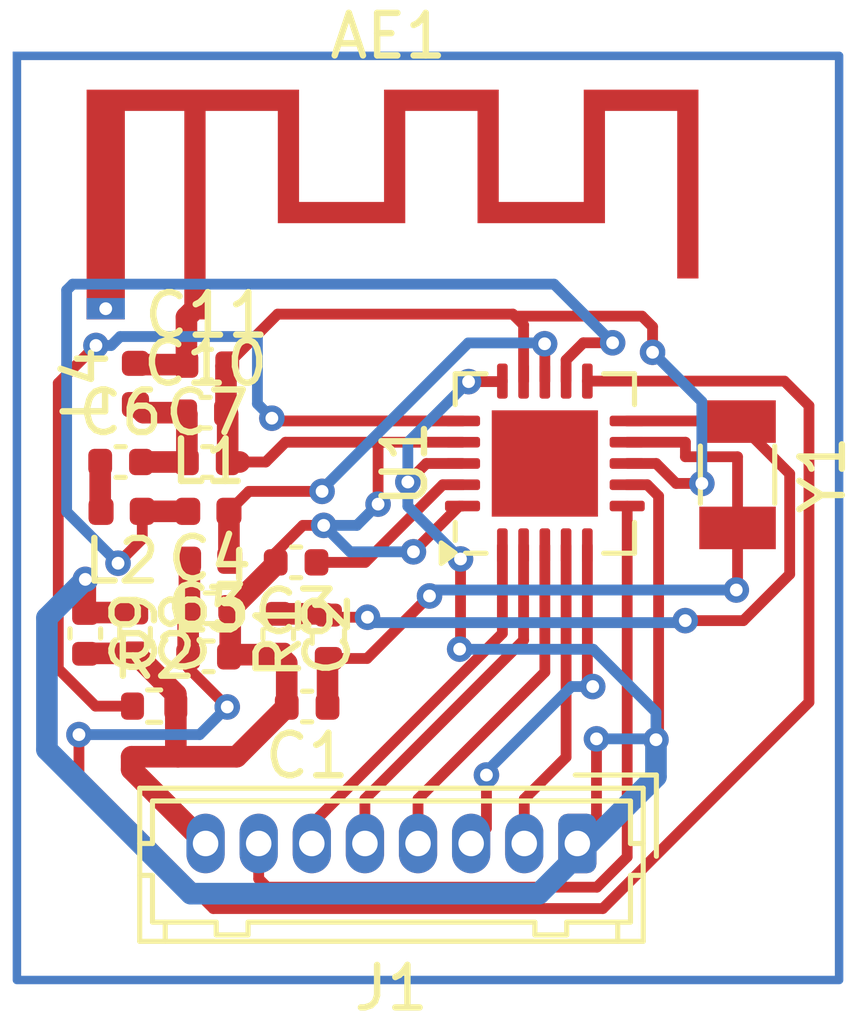
<source format=kicad_pcb>
(kicad_pcb (version 20240108) (generator "pcbnew") (generator_version "8.0")
  (layers (0 "F.Cu" signal) (31 "B.Cu" signal) (34 "B.Paste" user) (35 "F.Paste" user) (36 "B.SilkS" user "B.Silkscreen") (37 "F.SilkS" user "F.Silkscreen") (38 "B.Mask" user) (39 "F.Mask" user) (44 "Edge.Cuts" user))
  (net 0 "")
  (net 1 "Net-(AE1-A)")
  (net 2 "Net-(U1-XC2)")
  (net 3 "GND")
  (net 4 "Net-(U1-XC1)")
  (net 5 "Net-(U1-DVDD)")
  (net 6 "Net-(U1-VDD_PA)")
  (net 7 "Net-(C10-Pad1)")
  (net 8 "Net-(C6-Pad1)")
  (net 9 "VCC")
  (net 10 "Net-(J1-Pin_5)")
  (net 11 "Net-(J1-Pin_3)")
  (net 12 "Net-(J1-Pin_2)")
  (net 13 "Net-(J1-Pin_4)")
  (net 14 "Net-(J1-Pin_7)")
  (net 15 "Net-(J1-Pin_6)")
  (net 16 "Net-(U1-ANT1)")
  (net 17 "Net-(U1-ANT2)")
  (net 18 "Net-(U1-IREF)")
  (footprint "Inductor_SMD:L_0402_1005Metric" (layer "F.Cu") (at 140.765 93.73 180)
    (property "Reference" "L3" (at 0 -1.17 360) (layer "F.SilkS"))
    (property "Value" "2.7nH")
    (pad "1" smd roundrect (at -0.485 0 180) (size 0.59 0.64) (layers "F.Cu" "F.Paste" "F.Mask") (net 17 "Net-(U1-ANT2)"))
    (pad "2" smd roundrect (at 0.485 0 180) (size 0.59 0.64) (layers "F.Cu" "F.Paste" "F.Mask") (net 6 "Net-(U1-VDD_PA)"))
  )
  (footprint "Capacitor_SMD:C_0402_1005Metric" (layer "F.Cu") (at 140.75 95.99)
    (property "Reference" "C5" (at 0 -1.16 360) (layer "F.SilkS"))
    (property "Value" "4.7pF")
    (fp_line (start -0.107836 -0.36) (end 0.107836 -0.36) (stroke (width 0.12)) (layer "F.SilkS"))
    (fp_line (start -0.107836 0.36) (end 0.107836 0.36) (stroke (width 0.12)) (layer "F.SilkS"))
    (pad "1" smd roundrect (at -0.48 0) (size 0.56 0.62) (layers "F.Cu" "F.Paste" "F.Mask") (net 6 "Net-(U1-VDD_PA)"))
    (pad "2" smd roundrect (at 0.48 0) (size 0.56 0.62) (layers "F.Cu" "F.Paste" "F.Mask") (net 3 "GND"))
  )
  (footprint "Capacitor_SMD:C_0402_1005Metric" (layer "F.Cu") (at 140.68 90.26)
    (property "Reference" "C10" (at 0 -1.16 0) (layer "F.SilkS"))
    (property "Value" "Cx")
    (fp_line (start -0.107836 -0.36) (end 0.107836 -0.36) (stroke (width 0.12)) (layer "F.SilkS"))
    (fp_line (start -0.107836 0.36) (end 0.107836 0.36) (stroke (width 0.12)) (layer "F.SilkS"))
    (pad "1" smd roundrect (at -0.48 0) (size 0.56 0.62) (layers "F.Cu" "F.Paste" "F.Mask") (net 7 "Net-(C10-Pad1)"))
    (pad "2" smd roundrect (at 0.48 0) (size 0.56 0.62) (layers "F.Cu" "F.Paste" "F.Mask") (net 3 "GND"))
  )
  (footprint "Inductor_SMD:L_0402_1005Metric" (layer "F.Cu") (at 139.03 89.585 90)
    (property "Reference" "L4" (at 0 -1.17 90) (layer "F.SilkS"))
    (property "Value" "Lx")
    (pad "1" smd roundrect (at -0.485 0 90) (size 0.59 0.64) (layers "F.Cu" "F.Paste" "F.Mask") (net 7 "Net-(C10-Pad1)"))
    (pad "2" smd roundrect (at 0.485 0 90) (size 0.59 0.64) (layers "F.Cu" "F.Paste" "F.Mask") (net 1 "Net-(AE1-A)"))
  )
  (footprint "Inductor_SMD:L_0402_1005Metric" (layer "F.Cu") (at 138.705 92.58 180)
    (property "Reference" "L2" (at 0 -1.17 360) (layer "F.SilkS"))
    (property "Value" "3.9nH")
    (pad "1" smd roundrect (at -0.485 0 180) (size 0.59 0.64) (layers "F.Cu" "F.Paste" "F.Mask") (net 16 "Net-(U1-ANT1)"))
    (pad "2" smd roundrect (at 0.485 0 180) (size 0.59 0.64) (layers "F.Cu" "F.Paste" "F.Mask") (net 8 "Net-(C6-Pad1)"))
  )
  (footprint "Resistor_SMD:R_0402_1005Metric" (layer "F.Cu") (at 139.47 97.16)
    (property "Reference" "R2" (at 0 -1.17 360) (layer "F.SilkS"))
    (property "Value" "22k")
    (fp_line (start -0.153641 -0.38) (end 0.153641 -0.38) (stroke (width 0.12)) (layer "F.SilkS"))
    (fp_line (start -0.153641 0.38) (end 0.153641 0.38) (stroke (width 0.12)) (layer "F.SilkS"))
    (pad "1" smd roundrect (at -0.51 0) (size 0.54 0.64) (layers "F.Cu" "F.Paste" "F.Mask") (net 18 "Net-(U1-IREF)"))
    (pad "2" smd roundrect (at 0.51 0) (size 0.54 0.64) (layers "F.Cu" "F.Paste" "F.Mask") (net 3 "GND"))
  )
  (footprint "Connector_Hirose:Hirose_DF13-08P-1.25DSA_1x08_P1.25mm_Vertical" (layer "F.Cu") (at 149.43 100.39 180)
    (property "Reference" "J1" (at 4.38 -3.4 360) (layer "F.SilkS"))
    (property "Value" "Conn_01x08_Pin")
    (fp_line (start 10.3 1.3) (end 10.3 -2.3) (stroke (width 0.12)) (layer "F.SilkS"))
    (fp_line (start 10.3 -0.75) (end 10 -0.75) (stroke (width 0.12)) (layer "F.SilkS"))
    (fp_line (start 10.3 -2.3) (end -1.55 -2.3) (stroke (width 0.12)) (layer "F.SilkS"))
    (fp_line (start 10 1) (end 10 0) (stroke (width 0.12)) (layer "F.SilkS"))
    (fp_line (start 10 0) (end 10.3 0) (stroke (width 0.12)) (layer "F.SilkS"))
    (fp_line (start 10 -0.75) (end 10 -1.85) (stroke (width 0.12)) (layer "F.SilkS"))
    (fp_line (start 10 -1.85) (end 9.7 -1.85) (stroke (width 0.12)) (layer "F.SilkS"))
    (fp_line (start 9.7 -1.85) (end 9.7 -2.3) (stroke (width 0.12)) (layer "F.SilkS"))
    (fp_line (start 8.5 -1.85) (end 9.7 -1.85) (stroke (width 0.12)) (layer "F.SilkS"))
    (fp_line (start 8.5 -2.15) (end 8.5 -1.85) (stroke (width 0.12)) (layer "F.SilkS"))
    (fp_line (start 7.75 -1.85) (end 7.75 -2.15) (stroke (width 0.12)) (layer "F.SilkS"))
    (fp_line (start 7.75 -2.15) (end 8.5 -2.15) (stroke (width 0.12)) (layer "F.SilkS"))
    (fp_line (start 1 -1.85) (end 7.75 -1.85) (stroke (width 0.12)) (layer "F.SilkS"))
    (fp_line (start 1 -2.15) (end 1 -1.85) (stroke (width 0.12)) (layer "F.SilkS"))
    (fp_line (start 0.25 -1.85) (end 0.25 -2.15) (stroke (width 0.12)) (layer "F.SilkS"))
    (fp_line (start 0.25 -2.15) (end 1 -2.15) (stroke (width 0.12)) (layer "F.SilkS"))
    (fp_line (start -0.95 -1.85) (end 0.25 -1.85) (stroke (width 0.12)) (layer "F.SilkS"))
    (fp_line (start -0.95 -1.85) (end -0.95 -2.3) (stroke (width 0.12)) (layer "F.SilkS"))
    (fp_line (start -1.25 1) (end 10 1) (stroke (width 0.12)) (layer "F.SilkS"))
    (fp_line (start -1.25 0) (end -1.25 1) (stroke (width 0.12)) (layer "F.SilkS"))
    (fp_line (start -1.25 -0.75) (end -1.25 -1.85) (stroke (width 0.12)) (layer "F.SilkS"))
    (fp_line (start -1.25 -1.85) (end -0.95 -1.85) (stroke (width 0.12)) (layer "F.SilkS"))
    (fp_line (start -1.55 1.3) (end 10.3 1.3) (stroke (width 0.12)) (layer "F.SilkS"))
    (fp_line (start -1.55 0) (end -1.25 0) (stroke (width 0.12)) (layer "F.SilkS"))
    (fp_line (start -1.55 -0.75) (end -1.25 -0.75) (stroke (width 0.12)) (layer "F.SilkS"))
    (fp_line (start -1.55 -2.3) (end -1.55 1.3) (stroke (width 0.12)) (layer "F.SilkS"))
    (fp_line (start -1.86 1.61) (end 0.05 1.61) (stroke (width 0.12)) (layer "F.SilkS"))
    (fp_line (start -1.86 -0.3) (end -1.86 1.61) (stroke (width 0.12)) (layer "F.SilkS"))
    (pad "1" thru_hole roundrect (at 0 0 180) (size 0.9 1.4) (drill 0.6) (layers "*.Cu" "*.Mask") (net 9 "VCC"))
    (pad "2" thru_hole oval (at 1.25 0 180) (size 0.9 1.4) (drill 0.6) (layers "*.Cu" "*.Mask") (net 12 "Net-(J1-Pin_2)"))
    (pad "3" thru_hole oval (at 2.5 0 180) (size 0.9 1.4) (drill 0.6) (layers "*.Cu" "*.Mask") (net 11 "Net-(J1-Pin_3)"))
    (pad "4" thru_hole oval (at 3.75 0 180) (size 0.9 1.4) (drill 0.6) (layers "*.Cu" "*.Mask") (net 13 "Net-(J1-Pin_4)"))
    (pad "5" thru_hole oval (at 5 0 180) (size 0.9 1.4) (drill 0.6) (layers "*.Cu" "*.Mask") (net 10 "Net-(J1-Pin_5)"))
    (pad "6" thru_hole oval (at 6.25 0 180) (size 0.9 1.4) (drill 0.6) (layers "*.Cu" "*.Mask") (net 15 "Net-(J1-Pin_6)"))
    (pad "7" thru_hole oval (at 7.5 0 180) (size 0.9 1.4) (drill 0.6) (layers "*.Cu" "*.Mask") (net 14 "Net-(J1-Pin_7)"))
    (pad "8" thru_hole oval (at 8.75 0 180) (size 0.9 1.4) (drill 0.6) (layers "*.Cu" "*.Mask") (net 3 "GND"))
  )
  (footprint "Package_DFN_QFN:QFN-20-1EP_4x4mm_P0.5mm_EP2.5x2.5mm" (layer "F.Cu") (at 148.665 91.455 90)
    (property "Reference" "U1" (at 0 -3.3 90) (layer "F.SilkS"))
    (property "Value" "NRF24L01")
    (fp_line (start 2.11 -2.11) (end 2.11 -1.385) (stroke (width 0.12)) (layer "F.SilkS"))
    (fp_line (start 1.385 -2.11) (end 2.11 -2.11) (stroke (width 0.12)) (layer "F.SilkS"))
    (fp_line (start -1.385 -2.11) (end -1.81 -2.11) (stroke (width 0.12)) (layer "F.SilkS"))
    (fp_line (start -2.11 -1.385) (end -2.11 -1.87) (stroke (width 0.12)) (layer "F.SilkS"))
    (fp_line (start 2.11 2.11) (end 2.11 1.385) (stroke (width 0.12)) (layer "F.SilkS"))
    (fp_line (start 1.385 2.11) (end 2.11 2.11) (stroke (width 0.12)) (layer "F.SilkS"))
    (fp_line (start -1.385 2.11) (end -2.11 2.11) (stroke (width 0.12)) (layer "F.SilkS"))
    (fp_line (start -2.11 2.11) (end -2.11 1.385) (stroke (width 0.12)) (layer "F.SilkS"))
    (fp_poly (pts (xy -2.11 -2.11) (xy -2.35 -2.44) (xy -1.87 -2.44) (xy -2.11 -2.11)) (stroke (width 0.12)) (fill solid) (layer "F.SilkS"))
    (pad "1" smd roundrect (at -1.9375 -1 90) (size 0.825 0.25) (layers "F.Cu" "F.Paste" "F.Mask") (net 15 "Net-(J1-Pin_6)"))
    (pad "2" smd roundrect (at -1.9375 -0.5 90) (size 0.825 0.25) (layers "F.Cu" "F.Paste" "F.Mask") (net 10 "Net-(J1-Pin_5)"))
    (pad "3" smd roundrect (at -1.9375 0 90) (size 0.825 0.25) (layers "F.Cu" "F.Paste" "F.Mask") (net 13 "Net-(J1-Pin_4)"))
    (pad "4" smd roundrect (at -1.9375 0.5 90) (size 0.825 0.25) (layers "F.Cu" "F.Paste" "F.Mask") (net 12 "Net-(J1-Pin_2)"))
    (pad "5" smd roundrect (at -1.9375 1 90) (size 0.825 0.25) (layers "F.Cu" "F.Paste" "F.Mask") (net 11 "Net-(J1-Pin_3)"))
    (pad "6" smd roundrect (at -1 1.9375 90) (size 0.25 0.825) (layers "F.Cu" "F.Paste" "F.Mask") (net 14 "Net-(J1-Pin_7)"))
    (pad "7" smd roundrect (at -0.5 1.9375 90) (size 0.25 0.825) (layers "F.Cu" "F.Paste" "F.Mask") (net 9 "VCC"))
    (pad "8" smd roundrect (at 0 1.9375 90) (size 0.25 0.825) (layers "F.Cu" "F.Paste" "F.Mask") (net 3 "GND"))
    (pad "9" smd roundrect (at 0.5 1.9375 90) (size 0.25 0.825) (layers "F.Cu" "F.Paste" "F.Mask") (net 2 "Net-(U1-XC2)"))
    (pad "10" smd roundrect (at 1 1.9375 90) (size 0.25 0.825) (layers "F.Cu" "F.Paste" "F.Mask") (net 4 "Net-(U1-XC1)"))
    (pad "11" smd roundrect (at 1.9375 1 90) (size 0.825 0.25) (layers "F.Cu" "F.Paste" "F.Mask") (net 6 "Net-(U1-VDD_PA)"))
    (pad "12" smd roundrect (at 1.9375 0.5 90) (size 0.825 0.25) (layers "F.Cu" "F.Paste" "F.Mask") (net 16 "Net-(U1-ANT1)"))
    (pad "13" smd roundrect (at 1.9375 0 90) (size 0.825 0.25) (layers "F.Cu" "F.Paste" "F.Mask") (net 17 "Net-(U1-ANT2)"))
    (pad "14" smd roundrect (at 1.9375 -0.5 90) (size 0.825 0.25) (layers "F.Cu" "F.Paste" "F.Mask") (net 3 "GND"))
    (pad "15" smd roundrect (at 1.9375 -1 90) (size 0.825 0.25) (layers "F.Cu" "F.Paste" "F.Mask") (net 9 "VCC"))
    (pad "16" smd roundrect (at 1 -1.9375 90) (size 0.25 0.825) (layers "F.Cu" "F.Paste" "F.Mask") (net 18 "Net-(U1-IREF)"))
    (pad "17" smd roundrect (at 0.5 -1.9375 90) (size 0.25 0.825) (layers "F.Cu" "F.Paste" "F.Mask") (net 3 "GND"))
    (pad "18" smd roundrect (at 0 -1.9375 90) (size 0.25 0.825) (layers "F.Cu" "F.Paste" "F.Mask") (net 9 "VCC"))
    (pad "19" smd roundrect (at -0.5 -1.9375 90) (size 0.25 0.825) (layers "F.Cu" "F.Paste" "F.Mask") (net 5 "Net-(U1-DVDD)"))
    (pad "20" smd roundrect (at -1 -1.9375 90) (size 0.25 0.825) (layers "F.Cu" "F.Paste" "F.Mask") (net 3 "GND"))
    (pad "21" smd rect (at 0 0 90) (size 2.5 2.5) (property pad_prop_heatsink) (layers "F.Cu" "F.Mask"))
  )
  (footprint "Inductor_SMD:L_0402_1005Metric" (layer "F.Cu") (at 140.745 92.58)
    (property "Reference" "L1" (at 0 -1.17 360) (layer "F.SilkS"))
    (property "Value" "8.2nH")
    (pad "1" smd roundrect (at -0.485 0) (size 0.59 0.64) (layers "F.Cu" "F.Paste" "F.Mask") (net 16 "Net-(U1-ANT1)"))
    (pad "2" smd roundrect (at 0.485 0) (size 0.59 0.64) (layers "F.Cu" "F.Paste" "F.Mask") (net 17 "Net-(U1-ANT2)"))
  )
  (footprint "Crystal:Crystal_SMD_3215-2Pin_3.2x1.5mm" (layer "F.Cu") (at 153.2 91.72 -90)
    (property "Reference" "Y1" (at 0 -2 90) (layer "F.SilkS"))
    (property "Value" "16MHz")
    (fp_line (start -0.675 0.875) (end 0.675 0.875) (stroke (width 0.12)) (layer "F.SilkS"))
    (fp_line (start -0.675 -0.875) (end 0.675 -0.875) (stroke (width 0.12)) (layer "F.SilkS"))
    (pad "1" smd rect (at 1.25 0 270) (size 1 1.8) (layers "F.Cu" "F.Paste" "F.Mask") (net 2 "Net-(U1-XC2)"))
    (pad "2" smd rect (at -1.25 0 270) (size 1 1.8) (layers "F.Cu" "F.Paste" "F.Mask") (net 4 "Net-(U1-XC1)"))
  )
  (footprint "Capacitor_SMD:C_0402_1005Metric" (layer "F.Cu") (at 138.68 91.42)
    (property "Reference" "C6" (at 0 -1.16 0) (layer "F.SilkS"))
    (property "Value" "1.5nF")
    (fp_line (start -0.107836 -0.36) (end 0.107836 -0.36) (stroke (width 0.12)) (layer "F.SilkS"))
    (fp_line (start -0.107836 0.36) (end 0.107836 0.36) (stroke (width 0.12)) (layer "F.SilkS"))
    (pad "1" smd roundrect (at -0.48 0) (size 0.56 0.62) (layers "F.Cu" "F.Paste" "F.Mask") (net 8 "Net-(C6-Pad1)"))
    (pad "2" smd roundrect (at 0.48 0) (size 0.56 0.62) (layers "F.Cu" "F.Paste" "F.Mask") (net 7 "Net-(C10-Pad1)"))
  )
  (footprint "RF_Antenna:Texas_SWRA117D_2.4GHz_Right" (layer "F.Cu") (at 140.43 87.815)
    (property "Reference" "AE1" (at 4.55 -6.41 0) (layer "F.SilkS"))
    (property "Value" "Antenna")
    (fp_poly (pts (xy 2.45 -2.51) (xy 4.45 -2.51) (xy 4.45 -5.15) (xy 7.15 -5.15) (xy 7.15 -2.51) (xy 9.15 -2.51) (xy 9.15 -5.15) (xy 11.85 -5.15) (xy 11.85 -0.71) (xy 11.35 -0.71) (xy 11.35 -4.65) (xy 9.65 -4.65) (xy 9.65 -2.01) (xy 6.65 -2.01) (xy 6.65 -4.65) (xy 4.95 -4.65) (xy 4.95 -2.01) (xy 1.95 -2.01) (xy 1.95 -4.65) (xy 0.25 -4.65) (xy 0.25 0.25) (xy -0.25 0.25) (xy -0.25 -4.65) (xy -1.65 -4.65) (xy -1.65 0.25) (xy -2.55 0.25) (xy -2.55 0.006785) (xy -2.247583 0.006785) (xy -2.237742 0.054395) (xy -2.213674 0.096797) (xy -2.175731 0.129581) (xy -2.167819 0.133935) (xy -2.125156 0.146043) (xy -2.076637 0.1453) (xy -2.031122 0.1324) (xy -2.012511 0.121787) (xy -1.978868 0.086553) (xy -1.958309 0.041368) (xy -1.951778 -0.008158) (xy -1.960218 -0.056417) (xy -1.977112 -0.088643) (xy -2.012372 -0.121313) (xy -2.057682 -0.141408) (xy -2.107267 -0.147982) (xy -2.155353 -0.140092) (xy -2.188245 -0.123186) (xy -2.223185 -0.086416) (xy -2.242847 -0.041622) (xy -2.247583 0.006785) (xy -2.55 0.006785) (xy -2.55 -5.15) (xy 2.45 -5.15) (xy 2.45 -2.51)) (fill solid) (layer "F.Cu"))
    (pad "1" connect rect (at 0 0) (size 0.5 0.5) (layers "F.Cu") (net 1 "Net-(AE1-A)"))
    (pad "2" thru_hole rect (at -2.1 0) (size 0.9 0.5) (drill 0.3) (layers "*.Cu"))
  )
  (footprint "Capacitor_SMD:C_0402_1005Metric" (layer "F.Cu") (at 143.07 97.17 180)
    (property "Reference" "C1" (at 0 -1.16 360) (layer "F.SilkS"))
    (property "Value" "22pF")
    (fp_line (start -0.107836 0.36) (end 0.107836 0.36) (stroke (width 0.12)) (layer "F.SilkS"))
    (fp_line (start -0.107836 -0.36) (end 0.107836 -0.36) (stroke (width 0.12)) (layer "F.SilkS"))
    (pad "1" smd roundrect (at -0.48 0 180) (size 0.56 0.62) (layers "F.Cu" "F.Paste" "F.Mask") (net 2 "Net-(U1-XC2)"))
    (pad "2" smd roundrect (at 0.48 0 180) (size 0.56 0.62) (layers "F.Cu" "F.Paste" "F.Mask") (net 3 "GND"))
  )
  (footprint "Capacitor_SMD:C_0402_1005Metric" (layer "F.Cu") (at 142.39 95.47 -90)
    (property "Reference" "C2" (at 0 -1.16 90) (layer "F.SilkS"))
    (property "Value" "22pF")
    (fp_line (start -0.107836 0.36) (end 0.107836 0.36) (stroke (width 0.12)) (layer "F.SilkS"))
    (fp_line (start -0.107836 -0.36) (end 0.107836 -0.36) (stroke (width 0.12)) (layer "F.SilkS"))
    (pad "1" smd roundrect (at -0.48 0 270) (size 0.56 0.62) (layers "F.Cu" "F.Paste" "F.Mask") (net 4 "Net-(U1-XC1)"))
    (pad "2" smd roundrect (at 0.48 0 270) (size 0.56 0.62) (layers "F.Cu" "F.Paste" "F.Mask") (net 3 "GND"))
  )
  (footprint "Resistor_SMD:R_0402_1005Metric" (layer "F.Cu") (at 143.57 95.53 90)
    (property "Reference" "R1" (at 0 -1.17 90) (layer "F.SilkS"))
    (property "Value" "10M")
    (fp_line (start -0.153641 -0.38) (end 0.153641 -0.38) (stroke (width 0.12)) (layer "F.SilkS"))
    (fp_line (start -0.153641 0.38) (end 0.153641 0.38) (stroke (width 0.12)) (layer "F.SilkS"))
    (pad "1" smd roundrect (at -0.51 0 90) (size 0.54 0.64) (layers "F.Cu" "F.Paste" "F.Mask") (net 2 "Net-(U1-XC2)"))
    (pad "2" smd roundrect (at 0.51 0 90) (size 0.54 0.64) (layers "F.Cu" "F.Paste" "F.Mask") (net 4 "Net-(U1-XC1)"))
  )
  (footprint "Capacitor_SMD:C_0402_1005Metric" (layer "F.Cu") (at 137.85 95.45 -90)
    (property "Reference" "C9" (at 0 -1.16 90) (layer "F.SilkS"))
    (property "Value" "1nF")
    (fp_line (start -0.107836 0.36) (end 0.107836 0.36) (stroke (width 0.12)) (layer "F.SilkS"))
    (fp_line (start -0.107836 -0.36) (end 0.107836 -0.36) (stroke (width 0.12)) (layer "F.SilkS"))
    (pad "1" smd roundrect (at -0.48 0 270) (size 0.56 0.62) (layers "F.Cu" "F.Paste" "F.Mask") (net 9 "VCC"))
    (pad "2" smd roundrect (at 0.48 0 270) (size 0.56 0.62) (layers "F.Cu" "F.Paste" "F.Mask") (net 3 "GND"))
  )
  (footprint "Capacitor_SMD:C_0402_1005Metric" (layer "F.Cu") (at 139.02 95.44 -90)
    (property "Reference" "C8" (at 0 -1.16 90) (layer "F.SilkS"))
    (property "Value" "10nF")
    (fp_line (start -0.107836 0.36) (end 0.107836 0.36) (stroke (width 0.12)) (layer "F.SilkS"))
    (fp_line (start -0.107836 -0.36) (end 0.107836 -0.36) (stroke (width 0.12)) (layer "F.SilkS"))
    (pad "1" smd roundrect (at -0.48 0 270) (size 0.56 0.62) (layers "F.Cu" "F.Paste" "F.Mask") (net 9 "VCC"))
    (pad "2" smd roundrect (at 0.48 0 270) (size 0.56 0.62) (layers "F.Cu" "F.Paste" "F.Mask") (net 3 "GND"))
  )
  (footprint "Capacitor_SMD:C_0402_1005Metric" (layer "F.Cu") (at 140.71 89.13)
    (property "Reference" "C11" (at 0 -1.16 0) (layer "F.SilkS"))
    (property "Value" "Cx")
    (fp_line (start -0.107836 -0.36) (end 0.107836 -0.36) (stroke (width 0.12)) (layer "F.SilkS"))
    (fp_line (start -0.107836 0.36) (end 0.107836 0.36) (stroke (width 0.12)) (layer "F.SilkS"))
    (pad "1" smd roundrect (at -0.48 0) (size 0.56 0.62) (layers "F.Cu" "F.Paste" "F.Mask") (net 1 "Net-(AE1-A)"))
    (pad "2" smd roundrect (at 0.48 0) (size 0.56 0.62) (layers "F.Cu" "F.Paste" "F.Mask") (net 3 "GND"))
  )
  (footprint "Capacitor_SMD:C_0402_1005Metric" (layer "F.Cu") (at 140.72 91.42)
    (property "Reference" "C7" (at 0 -1.16 0) (layer "F.SilkS"))
    (property "Value" "1pF")
    (fp_line (start -0.107836 -0.36) (end 0.107836 -0.36) (stroke (width 0.12)) (layer "F.SilkS"))
    (fp_line (start -0.107836 0.36) (end 0.107836 0.36) (stroke (width 0.12)) (layer "F.SilkS"))
    (pad "1" smd roundrect (at -0.48 0) (size 0.56 0.62) (layers "F.Cu" "F.Paste" "F.Mask") (net 7 "Net-(C10-Pad1)"))
    (pad "2" smd roundrect (at 0.48 0) (size 0.56 0.62) (layers "F.Cu" "F.Paste" "F.Mask") (net 3 "GND"))
  )
  (footprint "Capacitor_SMD:C_0402_1005Metric" (layer "F.Cu") (at 142.81 93.78 180)
    (property "Reference" "C3" (at 0 -1.16 360) (layer "F.SilkS"))
    (property "Value" "33nF")
    (fp_line (start -0.107836 0.36) (end 0.107836 0.36) (stroke (width 0.12)) (layer "F.SilkS"))
    (fp_line (start -0.107836 -0.36) (end 0.107836 -0.36) (stroke (width 0.12)) (layer "F.SilkS"))
    (pad "1" smd roundrect (at -0.48 0 180) (size 0.56 0.62) (layers "F.Cu" "F.Paste" "F.Mask") (net 5 "Net-(U1-DVDD)"))
    (pad "2" smd roundrect (at 0.48 0 180) (size 0.56 0.62) (layers "F.Cu" "F.Paste" "F.Mask") (net 3 "GND"))
  )
  (footprint "Capacitor_SMD:C_0402_1005Metric" (layer "F.Cu") (at 140.78 94.86)
    (property "Reference" "C4" (at 0 -1.16 0) (layer "F.SilkS"))
    (property "Value" "2.2nF")
    (fp_line (start -0.107836 -0.36) (end 0.107836 -0.36) (stroke (width 0.12)) (layer "F.SilkS"))
    (fp_line (start -0.107836 0.36) (end 0.107836 0.36) (stroke (width 0.12)) (layer "F.SilkS"))
    (pad "1" smd roundrect (at -0.48 0) (size 0.56 0.62) (layers "F.Cu" "F.Paste" "F.Mask") (net 6 "Net-(U1-VDD_PA)"))
    (pad "2" smd roundrect (at 0.48 0) (size 0.56 0.62) (layers "F.Cu" "F.Paste" "F.Mask") (net 3 "GND"))
  )
  (gr_rect (start 136.24 81.87) (end 155.59 103.6) (stroke (width 0.2)) (fill none) (layer "B.Cu"))
  (segment (start 140.23 89.13) (end 139.06 89.13) (width 0.508) (layer "F.Cu") (net 1))
  (segment (start 140.23 88.015) (end 140.43 87.815) (width 0.508) (layer "F.Cu") (net 1))
  (segment (start 140.23 89.13) (end 140.23 88.015) (width 0.508) (layer "F.Cu") (net 1))
  (segment (start 151.973 91.297) (end 153.2 91.297) (width 0.254) (layer "F.Cu") (net 2))
  (segment (start 143.55 96.06) (end 143.57 96.04) (width 0.508) (layer "F.Cu") (net 2))
  (segment (start 144.48 96.04) (end 143.57 96.04) (width 0.254) (layer "F.Cu") (net 2))
  (segment (start 145.95 94.57) (end 144.48 96.04) (width 0.254) (layer "F.Cu") (net 2))
  (segment (start 153.2 91.297) (end 153.2 92.97) (width 0.254) (layer "F.Cu") (net 2))
  (segment (start 153.2 92.97) (end 153.2 94.4) (width 0.254) (layer "F.Cu") (net 2))
  (segment (start 153.2 94.4) (end 153.17 94.43) (width 0.254) (layer "F.Cu") (net 2))
  (segment (start 150.6025 90.955) (end 151.973 90.955) (width 0.254) (layer "F.Cu") (net 2))
  (segment (start 143.55 97.17) (end 143.55 96.06) (width 0.508) (layer "F.Cu") (net 2))
  (segment (start 151.973 90.955) (end 151.973 91.297) (width 0.254) (layer "F.Cu") (net 2))
  (via (at 153.17 94.43) (size 0.6) (drill 0.3) (layers "F.Cu" "B.Cu") (net 2))
  (via (at 145.95 94.57) (size 0.6) (drill 0.3) (layers "F.Cu" "B.Cu") (net 2))
  (segment (start 146.09 94.43) (end 145.95 94.57) (width 0.254) (layer "B.Cu") (net 2))
  (segment (start 153.17 94.43) (end 146.09 94.43) (width 0.254) (layer "B.Cu") (net 2))
  (segment (start 151.285 91.455) (end 151.754 91.924) (width 0.254) (layer "F.Cu") (net 3))
  (segment (start 141.41 98.35) (end 142.59 97.17) (width 0.508) (layer "F.Cu") (net 3))
  (segment (start 151.2 88.24) (end 150.95 87.99) (width 0.254) (layer "F.Cu") (net 3))
  (segment (start 151.2 88.84) (end 151.2 88.24) (width 0.254) (layer "F.Cu") (net 3))
  (segment (start 144.74 92.41) (end 144.74 90.955) (width 0.254) (layer "F.Cu") (net 3))
  (segment (start 142.59 97.17) (end 142.59 96.15) (width 0.508) (layer "F.Cu") (net 3))
  (segment (start 140.68 100.39) (end 138.94 98.65) (width 0.508) (layer "F.Cu") (net 3))
  (segment (start 141.16 90.26) (end 141.16 89.16) (width 0.508) (layer "F.Cu") (net 3))
  (segment (start 148.165 89.5175) (end 148.165 88.198288) (width 0.254) (layer "F.Cu") (net 3))
  (segment (start 139.98 96.88) (end 139.02 95.92) (width 0.508) (layer "F.Cu") (net 3))
  (segment (start 141.16 89.16) (end 141.19 89.13) (width 0.508) (layer "F.Cu") (net 3))
  (segment (start 144.74 90.955) (end 142.561712 90.955) (width 0.254) (layer "F.Cu") (net 3))
  (segment (start 140.03 98.35) (end 141.41 98.35) (width 0.508) (layer "F.Cu") (net 3))
  (segment (start 142.377 87.943) (end 141.19 89.13) (width 0.254) (layer "F.Cu") (net 3))
  (segment (start 141.26 95.96) (end 141.23 95.99) (width 0.508) (layer "F.Cu") (net 3))
  (segment (start 142.561712 90.955) (end 142.096712 91.42) (width 0.254) (layer "F.Cu") (net 3))
  (segment (start 138.94 98.35) (end 140.03 98.35) (width 0.508) (layer "F.Cu") (net 3))
  (segment (start 142.59 96.15) (end 142.39 95.95) (width 0.508) (layer "F.Cu") (net 3))
  (segment (start 146.649146 92.455) (end 145.572073 93.532073) (width 0.254) (layer "F.Cu") (net 3))
  (segment (start 150.6025 91.455) (end 151.285 91.455) (width 0.254) (layer "F.Cu") (net 3))
  (segment (start 138.94 98.65) (end 138.94 98.35) (width 0.508) (layer "F.Cu") (net 3))
  (segment (start 139.98 97.16) (end 139.98 98.3) (width 0.508) (layer "F.Cu") (net 3))
  (segment (start 141.2 90.3) (end 141.16 90.26) (width 0.508) (layer "F.Cu") (net 3))
  (segment (start 142.096712 91.42) (end 141.479999 91.42) (width 0.254) (layer "F.Cu") (net 3))
  (segment (start 142.97 92.91) (end 143.46 92.91) (width 0.254) (layer "F.Cu") (net 3))
  (segment (start 139.98 97.16) (end 139.98 96.88) (width 0.508) (layer "F.Cu") (net 3))
  (segment (start 146.7275 90.955) (end 144.74 90.955) (width 0.254) (layer "F.Cu") (net 3))
  (segment (start 142.97 92.91) (end 142.33 93.55) (width 0.254) (layer "F.Cu") (net 3))
  (segment (start 141.479999 91.42) (end 141.2 91.42) (width 0.508) (layer "F.Cu") (net 3))
  (segment (start 151.754 91.924) (end 152.36 91.924) (width 0.254) (layer "F.Cu") (net 3))
  (segment (start 137.86 95.92) (end 137.85 95.93) (width 0.508) (layer "F.Cu") (net 3))
  (segment (start 139.02 95.92) (end 137.86 95.92) (width 0.508) (layer "F.Cu") (net 3))
  (segment (start 139.98 98.3) (end 140.03 98.35) (width 0.508) (layer "F.Cu") (net 3))
  (segment (start 146.7275 92.455) (end 146.649146 92.455) (width 0.254) (layer "F.Cu") (net 3))
  (segment (start 142.33 93.55) (end 142.33 93.78) (width 0.254) (layer "F.Cu") (net 3))
  (segment (start 147.956712 87.99) (end 147.909712 87.943) (width 0.254) (layer "F.Cu") (net 3))
  (segment (start 150.95 87.99) (end 147.956712 87.99) (width 0.254) (layer "F.Cu") (net 3))
  (segment (start 141.27 95.95) (end 141.23 95.99) (width 0.508) (layer "F.Cu") (net 3))
  (segment (start 141.294738 94.86) (end 141.26 94.86) (width 0.508) (layer "F.Cu") (net 3))
  (segment (start 141.26 94.86) (end 141.26 95.96) (width 0.508) (layer "F.Cu") (net 3))
  (segment (start 142.33 93.78) (end 142.33 93.824738) (width 0.508) (layer "F.Cu") (net 3))
  (segment (start 147.909712 87.943) (end 142.377 87.943) (width 0.254) (layer "F.Cu") (net 3))
  (segment (start 148.165 88.198288) (end 147.909712 87.943) (width 0.254) (layer "F.Cu") (net 3))
  (segment (start 141.2 91.42) (end 141.2 90.3) (width 0.508) (layer "F.Cu") (net 3))
  (segment (start 142.33 93.824738) (end 141.294738 94.86) (width 0.508) (layer "F.Cu") (net 3))
  (segment (start 142.39 95.95) (end 141.27 95.95) (width 0.508) (layer "F.Cu") (net 3))
  (via (at 151.2 88.84) (size 0.6) (drill 0.3) (layers "F.Cu" "B.Cu") (net 3))
  (via (at 152.36 91.924) (size 0.6) (drill 0.3) (layers "F.Cu" "B.Cu") (net 3))
  (via (at 145.572073 93.532073) (size 0.6) (drill 0.3) (layers "F.Cu" "B.Cu") (net 3))
  (via (at 144.74 92.41) (size 0.6) (drill 0.3) (layers "F.Cu" "B.Cu") (net 3))
  (via (at 143.46 92.91) (size 0.6) (drill 0.3) (layers "F.Cu" "B.Cu") (net 3))
  (segment (start 143.46 92.91) (end 144.24 92.91) (width 0.254) (layer "B.Cu") (net 3))
  (segment (start 152.36 91.924) (end 152.36 90) (width 0.254) (layer "B.Cu") (net 3))
  (segment (start 144.24 92.91) (end 144.74 92.41) (width 0.254) (layer "B.Cu") (net 3))
  (segment (start 144.082073 93.532073) (end 143.46 92.91) (width 0.254) (layer "B.Cu") (net 3))
  (segment (start 152.36 90) (end 151.2 88.84) (width 0.254) (layer "B.Cu") (net 3))
  (segment (start 145.572073 93.532073) (end 144.082073 93.532073) (width 0.254) (layer "B.Cu") (net 3))
  (segment (start 154.427 94.059712) (end 153.336712 95.15) (width 0.254) (layer "F.Cu") (net 4))
  (segment (start 143.54 94.99) (end 143.57 95.02) (width 0.508) (layer "F.Cu") (net 4))
  (segment (start 153.185 90.455) (end 153.2 90.47) (width 0.254) (layer "F.Cu") (net 4))
  (segment (start 142.39 94.99) (end 143.54 94.99) (width 0.508) (layer "F.Cu") (net 4))
  (segment (start 154.427 91.697) (end 154.427 94.059712) (width 0.254) (layer "F.Cu") (net 4))
  (segment (start 144.49 95.07) (end 143.62 95.07) (width 0.254) (layer "F.Cu") (net 4))
  (segment (start 153.2 90.47) (end 154.427 91.697) (width 0.254) (layer "F.Cu") (net 4))
  (segment (start 150.6025 90.455) (end 153.185 90.455) (width 0.254) (layer "F.Cu") (net 4))
  (segment (start 143.62 95.07) (end 143.57 95.02) (width 0.254) (layer "F.Cu") (net 4))
  (segment (start 153.336712 95.15) (end 151.969 95.15) (width 0.254) (layer "F.Cu") (net 4))
  (via (at 144.49 95.07) (size 0.6) (drill 0.3) (layers "F.Cu" "B.Cu") (net 4))
  (via (at 151.969 95.15) (size 0.6) (drill 0.3) (layers "F.Cu" "B.Cu") (net 4))
  (segment (start 151.969 95.15) (end 151.922 95.197) (width 0.254) (layer "B.Cu") (net 4))
  (segment (start 144.617 95.197) (end 144.49 95.07) (width 0.254) (layer "B.Cu") (net 4))
  (segment (start 151.922 95.197) (end 144.617 95.197) (width 0.254) (layer "B.Cu") (net 4))
  (segment (start 146.7275 91.955) (end 146.262432 91.955) (width 0.254) (layer "F.Cu") (net 5))
  (segment (start 144.437432 93.78) (end 143.29 93.78) (width 0.254) (layer "F.Cu") (net 5))
  (segment (start 146.262432 91.955) (end 144.437432 93.78) (width 0.254) (layer "F.Cu") (net 5))
  (segment (start 150.028932 101.92) (end 140.861156 101.92) (width 0.254) (layer "F.Cu") (net 6))
  (segment (start 141.19 97.18) (end 140.27 96.26) (width 0.254) (layer "F.Cu") (net 6))
  (segment (start 140.27 95.99) (end 140.27 94.89) (width 0.508) (layer "F.Cu") (net 6))
  (segment (start 154.3015 89.5175) (end 154.881 90.097) (width 0.254) (layer "F.Cu") (net 6))
  (segment (start 154.881 97.067932) (end 150.028932 101.92) (width 0.254) (layer "F.Cu") (net 6))
  (segment (start 149.665 89.5175) (end 154.3015 89.5175) (width 0.254) (layer "F.Cu") (net 6))
  (segment (start 140.3 93.75) (end 140.28 93.73) (width 0.508) (layer "F.Cu") (net 6))
  (segment (start 140.27 96.26) (end 140.27 95.99) (width 0.254) (layer "F.Cu") (net 6))
  (segment (start 140.3 94.86) (end 140.3 93.75) (width 0.508) (layer "F.Cu") (net 6))
  (segment (start 154.881 90.097) (end 154.881 97.067932) (width 0.254) (layer "F.Cu") (net 6))
  (segment (start 137.7 98.758844) (end 137.7 97.83) (width 0.254) (layer "F.Cu") (net 6))
  (segment (start 140.27 94.89) (end 140.3 94.86) (width 0.508) (layer "F.Cu") (net 6))
  (segment (start 140.861156 101.92) (end 137.7 98.758844) (width 0.254) (layer "F.Cu") (net 6))
  (via (at 137.7 97.83) (size 0.6) (drill 0.3) (layers "F.Cu" "B.Cu") (net 6))
  (via (at 141.19 97.18) (size 0.6) (drill 0.3) (layers "F.Cu" "B.Cu") (net 6))
  (segment (start 140.54 97.83) (end 141.19 97.18) (width 0.254) (layer "B.Cu") (net 6))
  (segment (start 137.7 97.83) (end 140.54 97.83) (width 0.254) (layer "B.Cu") (net 6))
  (segment (start 139.16 91.42) (end 140.24 91.42) (width 0.508) (layer "F.Cu") (net 7))
  (segment (start 139.22 90.26) (end 139.03 90.07) (width 0.508) (layer "F.Cu") (net 7))
  (segment (start 140.24 90.3) (end 140.2 90.26) (width 0.508) (layer "F.Cu") (net 7))
  (segment (start 140.24 91.42) (end 140.24 90.3) (width 0.508) (layer "F.Cu") (net 7))
  (segment (start 140.2 90.26) (end 139.22 90.26) (width 0.508) (layer "F.Cu") (net 7))
  (segment (start 138.2 92.56) (end 138.22 92.58) (width 0.508) (layer "F.Cu") (net 8))
  (segment (start 138.2 91.42) (end 138.2 92.56) (width 0.508) (layer "F.Cu") (net 8))
  (segment (start 151.28 97.95) (end 151.342 97.888) (width 0.254) (layer "F.Cu") (net 9))
  (segment (start 151.342 92.222) (end 151.075 91.955) (width 0.254) (layer "F.Cu") (net 9))
  (segment (start 149.88 99.94) (end 149.88 97.93) (width 0.254) (layer "F.Cu") (net 9))
  (segment (start 137.85 94.97) (end 137.85 94.18) (width 0.508) (layer "F.Cu") (net 9))
  (segment (start 149.43 100.39) (end 149.88 99.94) (width 0.254) (layer "F.Cu") (net 9))
  (segment (start 146.68 93.7) (end 146.68 95.793948) (width 0.254) (layer "F.Cu") (net 9))
  (segment (start 139.02 94.96) (end 137.86 94.96) (width 0.508) (layer "F.Cu") (net 9))
  (segment (start 146.68 95.793948) (end 146.656974 95.816974) (width 0.254) (layer "F.Cu") (net 9))
  (segment (start 151.342 97.888) (end 151.342 92.222) (width 0.254) (layer "F.Cu") (net 9))
  (segment (start 137.86 94.96) (end 137.85 94.97) (width 0.508) (layer "F.Cu") (net 9))
  (segment (start 146.7275 91.455) (end 145.87572 91.455) (width 0.254) (layer "F.Cu") (net 9))
  (segment (start 147.65 89.5025) (end 147.665 89.5175) (width 0.254) (layer "F.Cu") (net 9))
  (segment (start 151.075 91.955) (end 150.6025 91.955) (width 0.254) (layer "F.Cu") (net 9))
  (segment (start 147.6525 89.53) (end 147.665 89.5175) (width 0.254) (layer "F.Cu") (net 9))
  (segment (start 146.87 89.53) (end 147.6525 89.53) (width 0.254) (layer "F.Cu") (net 9))
  (segment (start 145.87572 91.455) (end 145.44036 91.89036) (width 0.254) (layer "F.Cu") (net 9))
  (via (at 137.85 94.18) (size 0.6) (drill 0.3) (layers "F.Cu" "B.Cu") (net 9))
  (via (at 149.88 97.93) (size 0.6) (drill 0.3) (layers "F.Cu" "B.Cu") (net 9))
  (via (at 145.44036 91.89036) (size 0.6) (drill 0.3) (layers "F.Cu" "B.Cu") (net 9))
  (via (at 151.28 97.95) (size 0.6) (drill 0.3) (layers "F.Cu" "B.Cu") (net 9))
  (via (at 146.66 95.82) (size 0.6) (drill 0.3) (layers "F.Cu" "B.Cu") (net 9))
  (via (at 146.87 89.53) (size 0.6) (drill 0.3) (layers "F.Cu" "B.Cu") (net 9))
  (via (at 146.68 93.7) (size 0.6) (drill 0.3) (layers "F.Cu" "B.Cu") (net 9))
  (segment (start 145.44036 92.46036) (end 146.68 93.7) (width 0.254) (layer "B.Cu") (net 9))
  (segment (start 151.28 97.301288) (end 151.28 97.95) (width 0.254) (layer "B.Cu") (net 9))
  (segment (start 145.44036 91.89036) (end 145.44036 92.46036) (width 0.254) (layer "B.Cu") (net 9))
  (segment (start 151.26 97.93) (end 151.28 97.95) (width 0.254) (layer "B.Cu") (net 9))
  (segment (start 136.946 95.084) (end 136.946 98.184449) (width 0.508) (layer "B.Cu") (net 9))
  (segment (start 146.663999 95.823999) (end 149.802711 95.823999) (width 0.254) (layer "B.Cu") (net 9))
  (segment (start 148.528449 101.57) (end 151.28 98.818449) (width 0.508) (layer "B.Cu") (net 9))
  (segment (start 137.85 94.18) (end 136.946 95.084) (width 0.508) (layer "B.Cu") (net 9))
  (segment (start 145.44036 91.89036) (end 145.44036 90.95964) (width 0.254) (layer "B.Cu") (net 9))
  (segment (start 149.802711 95.823999) (end 151.28 97.301288) (width 0.254) (layer "B.Cu") (net 9))
  (segment (start 146.66 95.82) (end 146.663999 95.823999) (width 0.254) (layer "B.Cu") (net 9))
  (segment (start 151.28 98.818449) (end 151.28 97.95) (width 0.508) (layer "B.Cu") (net 9))
  (segment (start 136.946 98.184449) (end 140.331551 101.57) (width 0.508) (layer "B.Cu") (net 9))
  (segment (start 140.331551 101.57) (end 148.528449 101.57) (width 0.508) (layer "B.Cu") (net 9))
  (segment (start 145.44036 90.95964) (end 146.87 89.53) (width 0.254) (layer "B.Cu") (net 9))
  (segment (start 149.88 97.93) (end 151.26 97.93) (width 0.254) (layer "B.Cu") (net 9))
  (segment (start 148.165 93.3925) (end 148.165 95.610156) (width 0.254) (layer "F.Cu") (net 10))
  (segment (start 144.43 99.345156) (end 144.43 100.39) (width 0.254) (layer "F.Cu") (net 10))
  (segment (start 148.165 95.610156) (end 144.43 99.345156) (width 0.254) (layer "F.Cu") (net 10))
  (segment (start 147.29 100.03) (end 146.93 100.39) (width 0.254) (layer "F.Cu") (net 11))
  (segment (start 147.29 98.78) (end 147.29 100.03) (width 0.254) (layer "F.Cu") (net 11))
  (segment (start 149.665 96.573) (end 149.792 96.7) (width 0.254) (layer "F.Cu") (net 11))
  (segment (start 149.665 93.3925) (end 149.665 96.573) (width 0.254) (layer "F.Cu") (net 11))
  (via (at 147.29 98.78) (size 0.6) (drill 0.3) (layers "F.Cu" "B.Cu") (net 11))
  (via (at 149.792 96.7) (size 0.6) (drill 0.3) (layers "F.Cu" "B.Cu") (net 11))
  (segment (start 149.29 96.7) (end 147.29 98.7) (width 0.254) (layer "B.Cu") (net 11))
  (segment (start 149.792 96.7) (end 149.29 96.7) (width 0.254) (layer "B.Cu") (net 11))
  (segment (start 147.29 98.7) (end 147.29 98.78) (width 0.254) (layer "B.Cu") (net 11))
  (segment (start 149.165 93.3925) (end 149.165 98.360156) (width 0.254) (layer "F.Cu") (net 12))
  (segment (start 149.165 98.360156) (end 148.18 99.345156) (width 0.254) (layer "F.Cu") (net 12))
  (segment (start 148.18 99.345156) (end 148.18 100.39) (width 0.254) (layer "F.Cu") (net 12))
  (segment (start 145.68 99.345156) (end 145.68 100.39) (width 0.254) (layer "F.Cu") (net 13))
  (segment (start 148.665 93.3925) (end 148.665 96.360156) (width 0.254) (layer "F.Cu") (net 13))
  (segment (start 148.665 96.360156) (end 145.68 99.345156) (width 0.254) (layer "F.Cu") (net 13))
  (segment (start 150.6025 92.455) (end 150.6025 100.70438) (width 0.254) (layer "F.Cu") (net 14))
  (segment (start 141.93 101.22) (end 141.93 100.39) (width 0.254) (layer "F.Cu") (net 14))
  (segment (start 150.6025 100.70438) (end 149.88988 101.417) (width 0.254) (layer "F.Cu") (net 14))
  (segment (start 149.88988 101.417) (end 142.127 101.417) (width 0.254) (layer "F.Cu") (net 14))
  (segment (start 142.127 101.417) (end 141.93 101.22) (width 0.254) (layer "F.Cu") (net 14))
  (segment (start 143.18 100.39) (end 143.18 99.936) (width 0.254) (layer "F.Cu") (net 15))
  (segment (start 147.665 95.451) (end 147.665 93.3925) (width 0.254) (layer "F.Cu") (net 15))
  (segment (start 143.18 99.936) (end 147.665 95.451) (width 0.254) (layer "F.Cu") (net 15))
  (segment (start 149.165 89.021712) (end 149.569712 88.617) (width 0.254) (layer "F.Cu") (net 16))
  (segment (start 149.569712 88.617) (end 150.26 88.617) (width 0.254) (layer "F.Cu") (net 16))
  (segment (start 139.19 93.23) (end 139.19 92.58) (width 0.254) (layer "F.Cu") (net 16))
  (segment (start 139.19 92.58) (end 140.26 92.58) (width 0.508) (layer "F.Cu") (net 16))
  (segment (start 149.165 89.5175) (end 149.165 89.021712) (width 0.254) (layer "F.Cu") (net 16))
  (segment (start 138.62 93.8) (end 139.19 93.23) (width 0.254) (layer "F.Cu") (net 16))
  (via (at 150.26 88.617) (size 0.6) (drill 0.3) (layers "F.Cu" "B.Cu") (net 16))
  (via (at 138.62 93.8) (size 0.6) (drill 0.3) (layers "F.Cu" "B.Cu") (net 16))
  (segment (start 137.41 92.59) (end 138.62 93.8) (width 0.254) (layer "B.Cu") (net 16))
  (segment (start 148.881 87.238) (end 137.553 87.238) (width 0.254) (layer "B.Cu") (net 16))
  (segment (start 150.26 88.617) (end 148.881 87.238) (width 0.254) (layer "B.Cu") (net 16))
  (segment (start 137.553 87.238) (end 137.41 87.381) (width 0.254) (layer "B.Cu") (net 16))
  (segment (start 137.41 87.381) (end 137.41 92.59) (width 0.254) (layer "B.Cu") (net 16))
  (segment (start 141.699089 92.110911) (end 141.23 92.58) (width 0.254) (layer "F.Cu") (net 17))
  (segment (start 141.23 93.71) (end 141.25 93.73) (width 0.508) (layer "F.Cu") (net 17))
  (segment (start 143.421766 92.110911) (end 141.699089 92.110911) (width 0.254) (layer "F.Cu") (net 17))
  (segment (start 148.665 88.655) (end 148.665 89.5175) (width 0.254) (layer "F.Cu") (net 17))
  (segment (start 141.23 92.58) (end 141.23 93.71) (width 0.508) (layer "F.Cu") (net 17))
  (segment (start 148.62 88.61) (end 148.665 88.655) (width 0.254) (layer "F.Cu") (net 17))
  (via (at 143.421766 92.110911) (size 0.6) (drill 0.3) (layers "F.Cu" "B.Cu") (net 17))
  (via (at 148.66 88.64) (size 0.6) (drill 0.3) (layers "F.Cu" "B.Cu") (net 17))
  (segment (start 143.421766 92.061522) (end 143.421766 92.110911) (width 0.254) (layer "B.Cu") (net 17))
  (segment (start 146.863288 88.62) (end 143.421766 92.061522) (width 0.254) (layer "B.Cu") (net 17))
  (segment (start 148.62 88.62) (end 146.863288 88.62) (width 0.254) (layer "B.Cu") (net 17))
  (segment (start 137.213 96.282658) (end 138.090342 97.16) (width 0.254) (layer "F.Cu") (net 18))
  (segment (start 137.213 89.567) (end 137.213 96.282658) (width 0.254) (layer "F.Cu") (net 18))
  (segment (start 138.1 88.68) (end 137.213 89.567) (width 0.254) (layer "F.Cu") (net 18))
  (segment (start 138.090342 97.16) (end 138.96 97.16) (width 0.254) (layer "F.Cu") (net 18))
  (segment (start 142.305 90.455) (end 146.7275 90.455) (width 0.254) (layer "F.Cu") (net 18))
  (segment (start 142.24 90.39) (end 142.305 90.455) (width 0.254) (layer "F.Cu") (net 18))
  (via (at 142.24 90.39) (size 0.6) (drill 0.3) (layers "F.Cu" "B.Cu") (net 18))
  (via (at 138.1 88.68) (size 0.6) (drill 0.3) (layers "F.Cu" "B.Cu") (net 18))
  (segment (start 141.9 88.47) (end 141.9 90.05) (width 0.254) (layer "B.Cu") (net 18))
  (segment (start 138.67 88.47) (end 141.9 88.47) (width 0.254) (layer "B.Cu") (net 18))
  (segment (start 138.1 88.68) (end 138.46 88.68) (width 0.254) (layer "B.Cu") (net 18))
  (segment (start 138.46 88.68) (end 138.67 88.47) (width 0.254) (layer "B.Cu") (net 18))
  (segment (start 141.9 90.05) (end 142.24 90.39) (width 0.254) (layer "B.Cu") (net 18))
)
</source>
